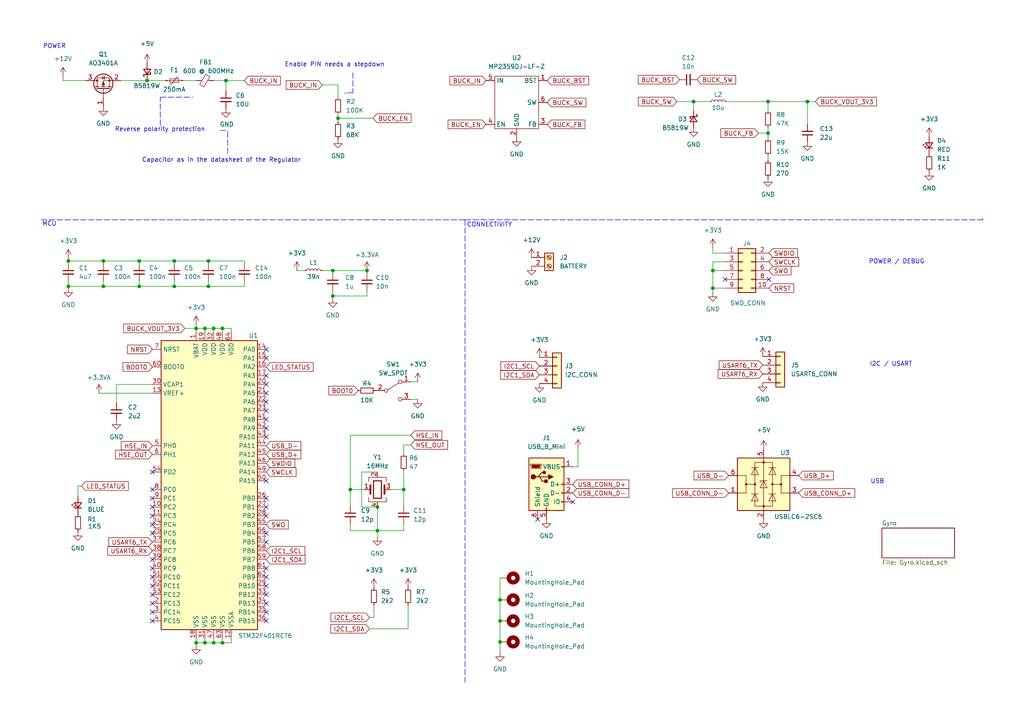
<source format=kicad_sch>
(kicad_sch (version 20211123) (generator eeschema)
  (paper "A4")
  (title_block (title "STM32 Corso") (date "2022-06-30") (rev "1.0") (company "Giovanni Rasera"))
  (lib_symbols
    (symbol "Connector:Screw_Terminal_01x02" (pin_names (offset 1.016) hide)
      (property "Reference" "J" (at 0 2.54 0))
      (property "Value" "Screw_Terminal_01x02" (at 0 -5.08 0))
      (symbol "Screw_Terminal_01x02_1_1"
        (pin passive line (at -5.08 0 0) (length 3.81) (name "Pin_1") (number "1"))
        (pin passive line (at -5.08 -2.54 0) (length 3.81) (name "Pin_2") (number "2"))
      )
    )
    (symbol "Connector:USB_B_Mini" (pin_names (offset 1.016))
      (property "Reference" "J" (at -5.08 11.43 0))
      (property "Value" "USB_B_Mini" (at -5.08 8.89 0))
      (symbol "USB_B_Mini_1_1"
        (pin power_out line (at 7.62 5.08 180) (length 2.54) (name "VBUS") (number "1"))
        (pin bidirectional line (at 7.62 -2.54 180) (length 2.54) (name "D-") (number "2"))
        (pin bidirectional line (at 7.62 0 180) (length 2.54) (name "D+") (number "3"))
        (pin passive line (at 7.62 -5.08 180) (length 2.54) (name "ID") (number "4"))
        (pin power_out line (at 0 -10.16 90) (length 2.54) (name "GND") (number "5"))
        (pin passive line (at -2.54 -10.16 90) (length 2.54) (name "Shield") (number "6"))
      )
    )
    (symbol "Connector_Generic:Conn_01x04" (pin_names (offset 1.016) hide)
      (property "Reference" "J" (at 0 5.08 0))
      (property "Value" "Conn_01x04" (at 0 -7.62 0))
      (symbol "Conn_01x04_1_1"
        (pin passive line (at -5.08 2.54 0) (length 3.81) (name "Pin_1") (number "1"))
        (pin passive line (at -5.08 0 0) (length 3.81) (name "Pin_2") (number "2"))
        (pin passive line (at -5.08 -2.54 0) (length 3.81) (name "Pin_3") (number "3"))
        (pin passive line (at -5.08 -5.08 0) (length 3.81) (name "Pin_4") (number "4"))
      )
    )
    (symbol "Connector_Generic:Conn_02x05_Odd_Even" (pin_names (offset 1.016) hide)
      (property "Reference" "J" (at 1.27 7.62 0))
      (property "Value" "Conn_02x05_Odd_Even" (at 1.27 -7.62 0))
      (symbol "Conn_02x05_Odd_Even_1_1"
        (pin passive line (at -5.08 5.08 0) (length 3.81) (name "Pin_1") (number "1"))
        (pin passive line (at 7.62 -5.08 180) (length 3.81) (name "Pin_10") (number "10"))
        (pin passive line (at 7.62 5.08 180) (length 3.81) (name "Pin_2") (number "2"))
        (pin passive line (at -5.08 2.54 0) (length 3.81) (name "Pin_3") (number "3"))
        (pin passive line (at 7.62 2.54 180) (length 3.81) (name "Pin_4") (number "4"))
        (pin passive line (at -5.08 0 0) (length 3.81) (name "Pin_5") (number "5"))
        (pin passive line (at 7.62 0 180) (length 3.81) (name "Pin_6") (number "6"))
        (pin passive line (at -5.08 -2.54 0) (length 3.81) (name "Pin_7") (number "7"))
        (pin passive line (at 7.62 -2.54 180) (length 3.81) (name "Pin_8") (number "8"))
        (pin passive line (at -5.08 -5.08 0) (length 3.81) (name "Pin_9") (number "9"))
      )
    )
    (symbol "Converter_DCDC:MP2359DJ-LF-Z"
      (property "Reference" "U?" (at -1.27 1.524 0))
      (property "Value" "MP2359DJ-LF-Z" (at -1.27 -1.016 0))
      (symbol "MP2359DJ-LF-Z_0_0"
        (pin passive line (at 7.62 -5.08 180) (length 2.54) (name "BST") (number "1"))
        (pin power_in line (at -1.27 -21.59 90) (length 2.54) (name "GND") (number "2"))
        (pin input line (at 7.62 -17.78 180) (length 2.54) (name "FB") (number "3"))
        (pin input line (at -10.16 -17.78 0) (length 2.54) (name "EN") (number "4"))
        (pin input line (at -10.16 -5.08 0) (length 2.54) (name "IN") (number "5"))
        (pin output line (at 7.62 -11.43 180) (length 2.54) (name "SW") (number "6"))
      )
    )
    (symbol "Device:C_Small" (pin_numbers hide) (pin_names (offset 0.254) hide)
      (property "Reference" "C" (at 0.254 1.778 0))
      (property "Value" "C_Small" (at 0.254 -2.032 0))
      (symbol "C_Small_1_1"
        (pin passive line (at 0 2.54 270) (length 2.032) (name "~") (number "1"))
        (pin passive line (at 0 -2.54 90) (length 2.032) (name "~") (number "2"))
      )
    )
    (symbol "Device:Crystal_GND24" (pin_names (offset 1.016) hide)
      (property "Reference" "Y" (at 3.175 5.08 0))
      (property "Value" "Crystal_GND24" (at 3.175 3.175 0))
      (symbol "Crystal_GND24_1_1"
        (pin passive line (at -3.81 0 0) (length 1.27) (name "1") (number "1"))
        (pin passive line (at 0 5.08 270) (length 1.27) (name "2") (number "2"))
        (pin passive line (at 3.81 0 180) (length 1.27) (name "3") (number "3"))
        (pin passive line (at 0 -5.08 90) (length 1.27) (name "4") (number "4"))
      )
    )
    (symbol "Device:D_Schottky_Small" (pin_numbers hide) (pin_names (offset 0.254) hide)
      (property "Reference" "D" (at -1.27 2.032 0))
      (property "Value" "D_Schottky_Small" (at -7.112 -2.032 0))
      (symbol "D_Schottky_Small_1_1"
        (pin passive line (at -2.54 0 0) (length 1.778) (name "K") (number "1"))
        (pin passive line (at 2.54 0 180) (length 1.778) (name "A") (number "2"))
      )
    )
    (symbol "Device:FerriteBead_Small" (pin_numbers hide) (pin_names (offset 0))
      (property "Reference" "FB" (at 1.905 1.27 0))
      (property "Value" "FerriteBead_Small" (at 1.905 -1.27 0))
      (symbol "FerriteBead_Small_1_1"
        (pin passive line (at 0 2.54 270) (length 1.27) (name "~") (number "1"))
        (pin passive line (at 0 -2.54 90) (length 1.27) (name "~") (number "2"))
      )
    )
    (symbol "Device:LED_Small" (pin_numbers hide) (pin_names (offset 0.254) hide)
      (property "Reference" "D" (at -1.27 3.175 0))
      (property "Value" "LED_Small" (at -4.445 -2.54 0))
      (symbol "LED_Small_1_1"
        (pin passive line (at -2.54 0 0) (length 1.778) (name "K") (number "1"))
        (pin passive line (at 2.54 0 180) (length 1.778) (name "A") (number "2"))
      )
    )
    (symbol "Device:L_Small" (pin_numbers hide) (pin_names (offset 0.254) hide)
      (property "Reference" "L" (at 0.762 1.016 0))
      (property "Value" "L_Small" (at 0.762 -1.016 0))
      (symbol "L_Small_1_1"
        (pin passive line (at 0 2.54 270) (length 0.508) (name "~") (number "1"))
        (pin passive line (at 0 -2.54 90) (length 0.508) (name "~") (number "2"))
      )
    )
    (symbol "Device:Polyfuse_Small" (pin_numbers hide) (pin_names (offset 0))
      (property "Reference" "F" (at -1.905 0 90))
      (property "Value" "Polyfuse_Small" (at 1.905 0 90))
      (symbol "Polyfuse_Small_1_1"
        (pin passive line (at 0 2.54 270) (length 0.635) (name "~") (number "1"))
        (pin passive line (at 0 -2.54 90) (length 0.635) (name "~") (number "2"))
      )
    )
    (symbol "Device:R_Small" (pin_numbers hide) (pin_names (offset 0.254) hide)
      (property "Reference" "R" (at 0.762 0.508 0))
      (property "Value" "R_Small" (at 0.762 -1.016 0))
      (symbol "R_Small_1_1"
        (pin passive line (at 0 2.54 270) (length 0.762) (name "~") (number "1"))
        (pin passive line (at 0 -2.54 90) (length 0.762) (name "~") (number "2"))
      )
    )
    (symbol "MCU_ST_STM32F4:STM32F401RCTx"
      (property "Reference" "U" (at -15.24 41.91 0))
      (property "Value" "STM32F401RCTx" (at 7.62 41.91 0))
      (symbol "STM32F401RCTx_1_1"
        (pin power_in line (at -5.08 43.18 270) (length 2.54) (name "VBAT") (number "1"))
        (pin bidirectional line (at -17.78 -7.62 0) (length 2.54) (name "PC2") (number "10"))
        (pin bidirectional line (at -17.78 -10.16 0) (length 2.54) (name "PC3") (number "11"))
        (pin power_in line (at 5.08 -45.72 90) (length 2.54) (name "VSSA") (number "12"))
        (pin power_in line (at -17.78 25.4 0) (length 2.54) (name "VREF+") (number "13"))
        (pin bidirectional line (at 15.24 38.1 180) (length 2.54) (name "PA0") (number "14"))
        (pin bidirectional line (at 15.24 35.56 180) (length 2.54) (name "PA1") (number "15"))
        (pin bidirectional line (at 15.24 33.02 180) (length 2.54) (name "PA2") (number "16"))
        (pin bidirectional line (at 15.24 30.48 180) (length 2.54) (name "PA3") (number "17"))
        (pin power_in line (at -5.08 -45.72 90) (length 2.54) (name "VSS") (number "18"))
        (pin power_in line (at -2.54 43.18 270) (length 2.54) (name "VDD") (number "19"))
        (pin bidirectional line (at -17.78 -35.56 0) (length 2.54) (name "PC13") (number "2"))
        (pin bidirectional line (at 15.24 27.94 180) (length 2.54) (name "PA4") (number "20"))
        (pin bidirectional line (at 15.24 25.4 180) (length 2.54) (name "PA5") (number "21"))
        (pin bidirectional line (at 15.24 22.86 180) (length 2.54) (name "PA6") (number "22"))
        (pin bidirectional line (at 15.24 20.32 180) (length 2.54) (name "PA7") (number "23"))
        (pin bidirectional line (at -17.78 -12.7 0) (length 2.54) (name "PC4") (number "24"))
        (pin bidirectional line (at -17.78 -15.24 0) (length 2.54) (name "PC5") (number "25"))
        (pin bidirectional line (at 15.24 -5.08 180) (length 2.54) (name "PB0") (number "26"))
        (pin bidirectional line (at 15.24 -7.62 180) (length 2.54) (name "PB1") (number "27"))
        (pin bidirectional line (at 15.24 -10.16 180) (length 2.54) (name "PB2") (number "28"))
        (pin bidirectional line (at 15.24 -30.48 180) (length 2.54) (name "PB10") (number "29"))
        (pin bidirectional line (at -17.78 -38.1 0) (length 2.54) (name "PC14") (number "3"))
        (pin power_in line (at -17.78 27.94 0) (length 2.54) (name "VCAP1") (number "30"))
        (pin power_in line (at -2.54 -45.72 90) (length 2.54) (name "VSS") (number "31"))
        (pin power_in line (at 0 43.18 270) (length 2.54) (name "VDD") (number "32"))
        (pin bidirectional line (at 15.24 -33.02 180) (length 2.54) (name "PB12") (number "33"))
        (pin bidirectional line (at 15.24 -35.56 180) (length 2.54) (name "PB13") (number "34"))
        (pin bidirectional line (at 15.24 -38.1 180) (length 2.54) (name "PB14") (number "35"))
        (pin bidirectional line (at 15.24 -40.64 180) (length 2.54) (name "PB15") (number "36"))
        (pin bidirectional line (at -17.78 -17.78 0) (length 2.54) (name "PC6") (number "37"))
        (pin bidirectional line (at -17.78 -20.32 0) (length 2.54) (name "PC7") (number "38"))
        (pin bidirectional line (at -17.78 -22.86 0) (length 2.54) (name "PC8") (number "39"))
        (pin bidirectional line (at -17.78 -40.64 0) (length 2.54) (name "PC15") (number "4"))
        (pin bidirectional line (at -17.78 -25.4 0) (length 2.54) (name "PC9") (number "40"))
        (pin bidirectional line (at 15.24 17.78 180) (length 2.54) (name "PA8") (number "41"))
        (pin bidirectional line (at 15.24 15.24 180) (length 2.54) (name "PA9") (number "42"))
        (pin bidirectional line (at 15.24 12.7 180) (length 2.54) (name "PA10") (number "43"))
        (pin bidirectional line (at 15.24 10.16 180) (length 2.54) (name "PA11") (number "44"))
        (pin bidirectional line (at 15.24 7.62 180) (length 2.54) (name "PA12") (number "45"))
        (pin bidirectional line (at 15.24 5.08 180) (length 2.54) (name "PA13") (number "46"))
        (pin power_in line (at 0 -45.72 90) (length 2.54) (name "VSS") (number "47"))
        (pin power_in line (at 2.54 43.18 270) (length 2.54) (name "VDD") (number "48"))
        (pin bidirectional line (at 15.24 2.54 180) (length 2.54) (name "PA14") (number "49"))
        (pin input line (at -17.78 10.16 0) (length 2.54) (name "PH0") (number "5"))
        (pin bidirectional line (at 15.24 0 180) (length 2.54) (name "PA15") (number "50"))
        (pin bidirectional line (at -17.78 -27.94 0) (length 2.54) (name "PC10") (number "51"))
        (pin bidirectional line (at -17.78 -30.48 0) (length 2.54) (name "PC11") (number "52"))
        (pin bidirectional line (at -17.78 -33.02 0) (length 2.54) (name "PC12") (number "53"))
        (pin bidirectional line (at -17.78 2.54 0) (length 2.54) (name "PD2") (number "54"))
        (pin bidirectional line (at 15.24 -12.7 180) (length 2.54) (name "PB3") (number "55"))
        (pin bidirectional line (at 15.24 -15.24 180) (length 2.54) (name "PB4") (number "56"))
        (pin bidirectional line (at 15.24 -17.78 180) (length 2.54) (name "PB5") (number "57"))
        (pin bidirectional line (at 15.24 -20.32 180) (length 2.54) (name "PB6") (number "58"))
        (pin bidirectional line (at 15.24 -22.86 180) (length 2.54) (name "PB7") (number "59"))
        (pin input line (at -17.78 7.62 0) (length 2.54) (name "PH1") (number "6"))
        (pin input line (at -17.78 33.02 0) (length 2.54) (name "BOOT0") (number "60"))
        (pin bidirectional line (at 15.24 -25.4 180) (length 2.54) (name "PB8") (number "61"))
        (pin bidirectional line (at 15.24 -27.94 180) (length 2.54) (name "PB9") (number "62"))
        (pin power_in line (at 2.54 -45.72 90) (length 2.54) (name "VSS") (number "63"))
        (pin power_in line (at 5.08 43.18 270) (length 2.54) (name "VDD") (number "64"))
        (pin input line (at -17.78 38.1 0) (length 2.54) (name "NRST") (number "7"))
        (pin bidirectional line (at -17.78 -2.54 0) (length 2.54) (name "PC0") (number "8"))
        (pin bidirectional line (at -17.78 -5.08 0) (length 2.54) (name "PC1") (number "9"))
      )
    )
    (symbol "Mechanical:MountingHole_Pad" (pin_numbers hide) (pin_names (offset 1.016) hide)
      (property "Reference" "H" (at 0 6.35 0))
      (property "Value" "MountingHole_Pad" (at 0 4.445 0))
      (symbol "MountingHole_Pad_1_1"
        (pin input line (at 0 -2.54 90) (length 2.54) (name "1") (number "1"))
      )
    )
    (symbol "Power_Protection:USBLC6-2SC6" (pin_names hide)
      (property "Reference" "U" (at 2.54 8.89 0))
      (property "Value" "USBLC6-2SC6" (at 2.54 -8.89 0))
      (symbol "USBLC6-2SC6_1_1"
        (pin passive line (at -10.16 -2.54 0) (length 2.54) (name "I/O1") (number "1"))
        (pin passive line (at 0 -10.16 90) (length 2.54) (name "GND") (number "2"))
        (pin passive line (at 10.16 -2.54 180) (length 2.54) (name "I/O2") (number "3"))
        (pin passive line (at 10.16 2.54 180) (length 2.54) (name "I/O2") (number "4"))
        (pin passive line (at 0 10.16 270) (length 2.54) (name "VBUS") (number "5"))
        (pin passive line (at -10.16 2.54 0) (length 2.54) (name "I/O1") (number "6"))
      )
    )
    (symbol "Switch:SW_SPDT" (pin_names (offset 0) hide)
      (property "Reference" "SW" (at 0 4.318 0))
      (property "Value" "SW_SPDT" (at 0 -5.08 0))
      (symbol "SW_SPDT_1_1"
        (pin passive line (at 5.08 2.54 180) (length 2.54) (name "A") (number "1"))
        (pin passive line (at -5.08 0 0) (length 2.54) (name "B") (number "2"))
        (pin passive line (at 5.08 -2.54 180) (length 2.54) (name "C") (number "3"))
      )
    )
    (symbol "Transistor_FET:AO3401A" (pin_names hide)
      (property "Reference" "Q" (at 5.08 1.905 0))
      (property "Value" "AO3401A" (at 5.08 0 0))
      (symbol "AO3401A_1_1"
        (pin input line (at -5.08 0 0) (length 2.54) (name "G") (number "1"))
        (pin passive line (at 2.54 -5.08 90) (length 2.54) (name "S") (number "2"))
        (pin passive line (at 2.54 5.08 270) (length 2.54) (name "D") (number "3"))
      )
    )
    (symbol "power:+12V" (power) (pin_names (offset 0))
      (property "Value" "+12V" (at 0 3.556 0))
      (symbol "+12V_1_1"
        (pin power_in line (at 0 0 90) (length 0) hide (name "+12V") (number "1"))
      )
    )
    (symbol "power:+3.3V" (power) (pin_names (offset 0))
      (property "Value" "+3.3V" (at 0 3.556 0))
      (symbol "+3.3V_1_1"
        (pin power_in line (at 0 0 90) (length 0) hide (name "+3V3") (number "1"))
      )
    )
    (symbol "power:+3.3VA" (power) (pin_names (offset 0))
      (property "Value" "+3.3VA" (at 0 3.556 0))
      (symbol "+3.3VA_1_1"
        (pin power_in line (at 0 0 90) (length 0) hide (name "+3.3VA") (number "1"))
      )
    )
    (symbol "power:+5V" (power) (pin_names (offset 0))
      (property "Value" "+5V" (at 0 3.556 0))
      (symbol "+5V_1_1"
        (pin power_in line (at 0 0 90) (length 0) hide (name "+5V") (number "1"))
      )
    )
    (symbol "power:GND" (power) (pin_names (offset 0))
      (property "Value" "GND" (at 0 -3.81 0))
      (symbol "GND_1_1"
        (pin power_in line (at 0 0 270) (length 0) hide (name "GND") (number "1"))
      )
    )
  )
  (junction (at 96.52 78.486))
  (junction (at 222.758 29.464))
  (junction (at 65.532 23.368))
  (junction (at 117.094 141.986))
  (junction (at 50.546 75.692))
  (junction (at 60.452 83.058))
  (junction (at 145.034 180.086))
  (junction (at 96.52 85.852))
  (junction (at 109.474 153.924))
  (junction (at 40.386 75.692))
  (junction (at 106.426 78.486))
  (junction (at 29.972 83.058))
  (junction (at 145.034 186.182))
  (junction (at 59.436 186.436))
  (junction (at 64.516 186.436))
  (junction (at 222.758 38.608))
  (junction (at 98.044 34.29))
  (junction (at 61.976 95.25))
  (junction (at 40.386 83.058))
  (junction (at 109.474 147.066))
  (junction (at 145.034 173.99))
  (junction (at 64.516 95.25))
  (junction (at 206.756 83.566))
  (junction (at 101.6 141.986))
  (junction (at 19.812 75.692))
  (junction (at 61.976 186.436))
  (junction (at 59.436 95.25))
  (junction (at 201.168 29.464))
  (junction (at 56.896 186.436))
  (junction (at 29.972 75.692))
  (junction (at 56.896 95.25))
  (junction (at 206.756 78.486))
  (junction (at 42.672 23.368))
  (junction (at 50.546 83.058))
  (junction (at 60.452 75.692))
  (junction (at 234.188 29.464))
  (junction (at 19.812 83.058))
  (no_connect (at 223.012 81.026))
  (no_connect (at 44.196 180.086))
  (no_connect (at 44.196 164.846))
  (no_connect (at 44.196 162.306))
  (no_connect (at 44.196 177.546))
  (no_connect (at 44.196 175.006))
  (no_connect (at 44.196 172.466))
  (no_connect (at 44.196 169.926))
  (no_connect (at 44.196 167.386))
  (no_connect (at 77.216 167.386))
  (no_connect (at 44.196 154.686))
  (no_connect (at 44.196 152.146))
  (no_connect (at 44.196 149.606))
  (no_connect (at 77.216 149.606))
  (no_connect (at 77.216 154.686))
  (no_connect (at 77.216 157.226))
  (no_connect (at 77.216 169.926))
  (no_connect (at 77.216 172.466))
  (no_connect (at 77.216 175.006))
  (no_connect (at 77.216 177.546))
  (no_connect (at 77.216 180.086))
  (no_connect (at 77.216 101.346))
  (no_connect (at 77.216 103.886))
  (no_connect (at 77.216 108.966))
  (no_connect (at 77.216 111.506))
  (no_connect (at 77.216 114.046))
  (no_connect (at 77.216 116.586))
  (no_connect (at 77.216 119.126))
  (no_connect (at 77.216 121.666))
  (no_connect (at 77.216 124.206))
  (no_connect (at 77.216 126.746))
  (no_connect (at 210.312 81.026))
  (no_connect (at 77.216 164.846))
  (no_connect (at 44.196 147.066))
  (no_connect (at 44.196 136.906))
  (no_connect (at 44.196 141.986))
  (no_connect (at 44.196 144.526))
  (no_connect (at 77.216 139.446))
  (no_connect (at 77.216 144.526))
  (no_connect (at 77.216 147.066))
  (no_connect (at 166.116 145.542))
  (no_connect (at 155.956 150.622))
  (wire (pts (xy 56.896 95.25) (xy 59.436 95.25)))
  (wire (pts (xy 60.452 75.692) (xy 60.452 76.454)))
  (wire (pts (xy 104.902 147.066) (xy 109.474 147.066)))
  (wire (pts (xy 222.758 37.084) (xy 222.758 38.608)))
  (wire (pts (xy 56.896 95.25) (xy 56.896 96.266)))
  (wire (pts (xy 29.972 83.058) (xy 40.386 83.058)))
  (wire (pts (xy 166.116 135.382) (xy 167.64 135.382)))
  (wire (pts (xy 119.126 110.744) (xy 121.158 110.744)))
  (wire (pts (xy 117.094 141.986) (xy 117.094 146.812)))
  (wire (pts (xy 98.044 34.29) (xy 98.044 35.306)))
  (wire (pts (xy 70.866 75.692) (xy 60.452 75.692)))
  (wire (pts (xy 67.056 185.166) (xy 67.056 186.436)))
  (wire (pts (xy 40.386 75.692) (xy 50.546 75.692)))
  (wire (pts (xy 60.452 83.058) (xy 60.452 81.534)))
  (wire (pts (xy 67.056 95.25) (xy 67.056 96.266)))
  (wire (pts (xy 101.6 151.892) (xy 101.6 153.924)))
  (wire (pts (xy 206.756 71.882) (xy 206.756 73.406)))
  (wire (pts (xy 109.474 147.066) (xy 109.474 153.924)))
  (wire (pts (xy 96.52 85.852) (xy 96.52 86.614)))
  (wire (pts (xy 61.976 185.166) (xy 61.976 186.436)))
  (wire (pts (xy 113.284 141.986) (xy 117.094 141.986)))
  (wire (pts (xy 108.458 175.514) (xy 108.458 179.07)))
  (wire (pts (xy 145.034 186.182) (xy 145.034 189.23)))
  (wire (pts (xy 101.6 141.986) (xy 101.6 146.812)))
  (wire (pts (xy 196.342 29.464) (xy 201.168 29.464)))
  (wire (pts (xy 44.196 111.506) (xy 33.782 111.506)))
  (wire (pts (xy 70.866 76.454) (xy 70.866 75.692)))
  (wire (pts (xy 93.472 78.486) (xy 96.52 78.486)))
  (wire (pts (xy 210.312 78.486) (xy 206.756 78.486)))
  (wire (pts (xy 107.188 182.372) (xy 118.364 182.372)))
  (wire (pts (xy 222.758 29.464) (xy 222.758 32.004)))
  (wire (pts (xy 96.52 85.852) (xy 106.426 85.852)))
  (wire (pts (xy 50.546 81.534) (xy 50.546 83.058)))
  (wire (pts (xy 35.052 23.368) (xy 42.672 23.368)))
  (wire (pts (xy 50.546 83.058) (xy 60.452 83.058)))
  (wire (pts (xy 98.044 34.29) (xy 108.204 34.29)))
  (wire (pts (xy 109.474 136.906) (xy 104.902 136.906)))
  (wire (pts (xy 118.364 182.372) (xy 118.364 175.514)))
  (wire (pts (xy 50.546 75.692) (xy 60.452 75.692)))
  (wire (pts (xy 86.106 78.486) (xy 88.392 78.486)))
  (wire (pts (xy 108.458 179.07) (xy 107.188 179.07)))
  (wire (pts (xy 50.546 76.454) (xy 50.546 75.692)))
  (wire (pts (xy 19.812 81.534) (xy 19.812 83.058)))
  (wire (pts (xy 119.126 115.824) (xy 121.158 115.824)))
  (wire (pts (xy 28.702 114.046) (xy 44.196 114.046)))
  (wire (pts (xy 117.094 129.032) (xy 119.126 129.032)))
  (wire (pts (xy 59.436 186.436) (xy 56.896 186.436)))
  (wire (pts (xy 59.436 95.25) (xy 61.976 95.25)))
  (wire (pts (xy 234.188 29.464) (xy 234.188 36.068)))
  (wire (pts (xy 98.044 24.638) (xy 98.044 28.194)))
  (wire (pts (xy 201.168 29.464) (xy 205.74 29.464)))
  (wire (pts (xy 40.386 76.454) (xy 40.386 75.692)))
  (wire (pts (xy 64.516 95.25) (xy 64.516 96.266)))
  (wire (pts (xy 56.896 94.234) (xy 56.896 95.25)))
  (wire (pts (xy 101.6 126.238) (xy 119.126 126.238)))
  (polyline (pts (xy 102.362 26.924) (xy 100.076 26.924)))
  (wire (pts (xy 64.516 186.436) (xy 67.056 186.436)))
  (wire (pts (xy 53.086 23.368) (xy 56.896 23.368)))
  (wire (pts (xy 40.386 83.058) (xy 50.546 83.058)))
  (wire (pts (xy 33.782 111.506) (xy 33.782 116.84)))
  (wire (pts (xy 64.516 185.166) (xy 64.516 186.436)))
  (wire (pts (xy 19.812 75.692) (xy 29.972 75.692)))
  (wire (pts (xy 98.044 33.274) (xy 98.044 34.29)))
  (wire (pts (xy 22.606 140.97) (xy 23.622 140.97)))
  (polyline (pts (xy 100.076 26.924) (xy 100.076 27.178)))
  (polyline (pts (xy 11.938 63.754) (xy 134.874 63.754)))
  (wire (pts (xy 18.288 22.098) (xy 18.288 23.368)))
  (wire (pts (xy 53.594 95.25) (xy 56.896 95.25)))
  (polyline (pts (xy 134.874 63.754) (xy 284.988 63.754)))
  (wire (pts (xy 222.758 45.212) (xy 222.758 46.482)))
  (wire (pts (xy 101.6 126.238) (xy 101.6 141.986)))
  (wire (pts (xy 65.532 23.368) (xy 65.532 26.416)))
  (wire (pts (xy 29.972 75.692) (xy 40.386 75.692)))
  (wire (pts (xy 222.758 38.608) (xy 222.758 40.132)))
  (wire (pts (xy 206.756 78.486) (xy 206.756 83.566)))
  (wire (pts (xy 219.964 38.608) (xy 222.758 38.608)))
  (wire (pts (xy 101.6 141.986) (xy 105.664 141.986)))
  (wire (pts (xy 42.672 23.368) (xy 48.006 23.368)))
  (wire (pts (xy 22.606 144.018) (xy 22.606 140.97)))
  (wire (pts (xy 167.64 135.382) (xy 167.64 130.048)))
  (polyline (pts (xy 66.04 44.45) (xy 66.04 37.846)))
  (wire (pts (xy 59.436 185.166) (xy 59.436 186.436)))
  (wire (pts (xy 19.812 74.93) (xy 19.812 75.692)))
  (wire (pts (xy 222.758 29.464) (xy 234.188 29.464)))
  (wire (pts (xy 56.896 186.436) (xy 56.896 187.198)))
  (wire (pts (xy 104.902 136.906) (xy 104.902 147.066)))
  (wire (pts (xy 106.426 78.486) (xy 96.52 78.486)))
  (wire (pts (xy 29.972 83.058) (xy 29.972 81.534)))
  (wire (pts (xy 106.426 85.852) (xy 106.426 84.328)))
  (polyline (pts (xy 102.362 21.082) (xy 102.362 26.924)))
  (wire (pts (xy 61.976 95.25) (xy 64.516 95.25)))
  (wire (pts (xy 64.516 95.25) (xy 67.056 95.25)))
  (wire (pts (xy 210.82 29.464) (xy 222.758 29.464)))
  (polyline (pts (xy 46.482 28.194) (xy 55.88 28.194)))
  (wire (pts (xy 70.866 81.534) (xy 70.866 83.058)))
  (wire (pts (xy 61.976 23.368) (xy 65.532 23.368)))
  (wire (pts (xy 206.756 75.946) (xy 206.756 78.486)))
  (wire (pts (xy 96.52 84.328) (xy 96.52 85.852)))
  (wire (pts (xy 106.426 79.248) (xy 106.426 78.486)))
  (polyline (pts (xy 63.754 37.846) (xy 66.04 37.846)))
  (wire (pts (xy 70.866 83.058) (xy 60.452 83.058)))
  (wire (pts (xy 56.896 185.166) (xy 56.896 186.436)))
  (wire (pts (xy 61.976 95.25) (xy 61.976 96.266)))
  (wire (pts (xy 19.812 83.058) (xy 29.972 83.058)))
  (wire (pts (xy 117.094 136.652) (xy 117.094 141.986)))
  (wire (pts (xy 145.034 180.086) (xy 145.034 186.182)))
  (wire (pts (xy 234.188 29.464) (xy 236.474 29.464)))
  (wire (pts (xy 59.436 95.25) (xy 59.436 96.266)))
  (wire (pts (xy 65.532 23.368) (xy 70.866 23.368)))
  (wire (pts (xy 93.472 24.638) (xy 98.044 24.638)))
  (wire (pts (xy 145.034 173.99) (xy 145.034 180.086)))
  (polyline (pts (xy 284.988 63.246) (xy 284.988 63.754)))
  (wire (pts (xy 201.168 29.464) (xy 201.168 32.004)))
  (wire (pts (xy 59.436 186.436) (xy 61.976 186.436)))
  (wire (pts (xy 18.288 23.368) (xy 24.892 23.368)))
  (wire (pts (xy 40.386 81.534) (xy 40.386 83.058)))
  (wire (pts (xy 29.972 76.454) (xy 29.972 75.692)))
  (wire (pts (xy 145.034 167.64) (xy 145.034 173.99)))
  (polyline (pts (xy 46.482 36.322) (xy 46.482 28.194)))
  (wire (pts (xy 101.6 153.924) (xy 109.474 153.924)))
  (wire (pts (xy 206.756 84.836) (xy 206.756 83.566)))
  (wire (pts (xy 19.812 75.692) (xy 19.812 76.454)))
  (wire (pts (xy 109.474 155.702) (xy 109.474 153.924)))
  (wire (pts (xy 206.756 73.406) (xy 210.312 73.406)))
  (wire (pts (xy 210.312 75.946) (xy 206.756 75.946)))
  (wire (pts (xy 109.474 153.924) (xy 117.094 153.924)))
  (wire (pts (xy 206.756 83.566) (xy 210.312 83.566)))
  (wire (pts (xy 117.094 153.924) (xy 117.094 151.892)))
  (wire (pts (xy 61.976 186.436) (xy 64.516 186.436)))
  (wire (pts (xy 19.812 83.058) (xy 19.812 83.566)))
  (polyline (pts (xy 134.874 63.754) (xy 134.874 197.866)))
  (wire (pts (xy 117.094 129.032) (xy 117.094 131.572)))
  (wire (pts (xy 96.52 78.486) (xy 96.52 79.248)))
  (text "USB\n" (at 252.476 140.462 0) (effects (font (size 1.27 1.27)) (justify left bottom)))
  (text "POWER\n" (at 12.446 14.224 0) (effects (font (size 1.27 1.27)) (justify left bottom)))
  (text "MCU\n" (at 12.192 65.786 0) (effects (font (size 1.27 1.27)) (justify left bottom)))
  (text "Capacitor as in the datasheet of the Regulator\n" (at 41.148 47.244 0) (effects (font (size 1.27 1.27)) (justify left bottom)))
  (text "I2C / USART\n" (at 252.222 106.426 0) (effects (font (size 1.27 1.27)) (justify left bottom)))
  (text "Enable PIN needs a stepdown\n" (at 82.55 19.558 0) (effects (font (size 1.27 1.27)) (justify left bottom)))
  (text "CONNECTIVITY\n" (at 135.382 66.04 0) (effects (font (size 1.27 1.27)) (justify left bottom)))
  (text "Reverse polarity protection\n" (at 33.274 38.354 0) (effects (font (size 1.27 1.27)) (justify left bottom)))
  (text "POWER / DEBUG\n" (at 251.968 76.708 0) (effects (font (size 1.27 1.27)) (justify left bottom)))
  (global_label "BUCK_IN" (shape input) (at 140.97 23.368 180) (property "Intersheet References" "${INTERSHEET_REFS}" (effects hide)))
  (global_label "USB_CONN_D+" (shape input) (at 231.648 143.002 0) (property "Intersheet References" "${INTERSHEET_REFS}" (effects hide)))
  (global_label "SWCLK" (shape input) (at 77.216 136.906 0) (property "Intersheet References" "${INTERSHEET_REFS}" (effects hide)))
  (global_label "I2C1_SCL" (shape input) (at 107.188 179.07 180) (property "Intersheet References" "${INTERSHEET_REFS}" (effects hide)))
  (global_label "SWO" (shape input) (at 223.012 78.486 0) (property "Intersheet References" "${INTERSHEET_REFS}" (effects hide)))
  (global_label "NRST" (shape input) (at 223.012 83.566 0) (property "Intersheet References" "${INTERSHEET_REFS}" (effects hide)))
  (global_label "BUCK_VOUT_3V3" (shape input) (at 53.594 95.25 180) (property "Intersheet References" "${INTERSHEET_REFS}" (effects hide)))
  (global_label "BUCK_IN" (shape input) (at 70.866 23.368 0) (property "Intersheet References" "${INTERSHEET_REFS}" (effects hide)))
  (global_label "BUCK_BST" (shape input) (at 197.104 23.114 180) (property "Intersheet References" "${INTERSHEET_REFS}" (effects hide)))
  (global_label "I2C1_SCL" (shape input) (at 156.464 106.172 180) (property "Intersheet References" "${INTERSHEET_REFS}" (effects hide)))
  (global_label "BUCK_IN" (shape input) (at 93.472 24.638 180) (property "Intersheet References" "${INTERSHEET_REFS}" (effects hide)))
  (global_label "BUCK_EN" (shape input) (at 108.204 34.29 0) (property "Intersheet References" "${INTERSHEET_REFS}" (effects hide)))
  (global_label "USB_D+" (shape input) (at 231.648 137.922 0) (property "Intersheet References" "${INTERSHEET_REFS}" (effects hide)))
  (global_label "SWO" (shape input) (at 77.216 152.146 0) (property "Intersheet References" "${INTERSHEET_REFS}" (effects hide)))
  (global_label "USART6_TX" (shape input) (at 221.234 105.918 180) (property "Intersheet References" "${INTERSHEET_REFS}" (effects hide)))
  (global_label "NRST" (shape input) (at 44.196 101.346 180) (property "Intersheet References" "${INTERSHEET_REFS}" (effects hide)))
  (global_label "BUCK_VOUT_3V3" (shape input) (at 236.474 29.464 0) (property "Intersheet References" "${INTERSHEET_REFS}" (effects hide)))
  (global_label "USB_CONN_D-" (shape input) (at 211.328 143.002 180) (property "Intersheet References" "${INTERSHEET_REFS}" (effects hide)))
  (global_label "HSE_OUT" (shape input) (at 44.196 131.826 180) (property "Intersheet References" "${INTERSHEET_REFS}" (effects hide)))
  (global_label "SWDIO" (shape input) (at 223.012 73.406 0) (property "Intersheet References" "${INTERSHEET_REFS}" (effects hide)))
  (global_label "USB_D-" (shape input) (at 77.216 129.286 0) (property "Intersheet References" "${INTERSHEET_REFS}" (effects hide)))
  (global_label "SWDIO" (shape input) (at 77.216 134.366 0) (property "Intersheet References" "${INTERSHEET_REFS}" (effects hide)))
  (global_label "USB_CONN_D-" (shape input) (at 166.116 143.002 0) (property "Intersheet References" "${INTERSHEET_REFS}" (effects hide)))
  (global_label "HSE_OUT" (shape input) (at 119.126 129.032 0) (property "Intersheet References" "${INTERSHEET_REFS}" (effects hide)))
  (global_label "USB_D+" (shape input) (at 77.216 131.826 0) (property "Intersheet References" "${INTERSHEET_REFS}" (effects hide)))
  (global_label "SWCLK" (shape input) (at 223.012 75.946 0) (property "Intersheet References" "${INTERSHEET_REFS}" (effects hide)))
  (global_label "BOOT0" (shape input) (at 44.196 106.426 180) (property "Intersheet References" "${INTERSHEET_REFS}" (effects hide)))
  (global_label "HSE_IN" (shape input) (at 119.126 126.238 0) (property "Intersheet References" "${INTERSHEET_REFS}" (effects hide)))
  (global_label "LED_STATUS" (shape input) (at 77.216 106.426 0) (property "Intersheet References" "${INTERSHEET_REFS}" (effects hide)))
  (global_label "BUCK_SW" (shape input) (at 196.342 29.464 180) (property "Intersheet References" "${INTERSHEET_REFS}" (effects hide)))
  (global_label "I2C1_SCL" (shape input) (at 77.216 159.766 0) (property "Intersheet References" "${INTERSHEET_REFS}" (effects hide)))
  (global_label "USB_CONN_D+" (shape input) (at 166.116 140.462 0) (property "Intersheet References" "${INTERSHEET_REFS}" (effects hide)))
  (global_label "BOOT0" (shape input) (at 103.886 113.284 180) (property "Intersheet References" "${INTERSHEET_REFS}" (effects hide)))
  (global_label "USART6_TX" (shape input) (at 44.196 157.226 180) (property "Intersheet References" "${INTERSHEET_REFS}" (effects hide)))
  (global_label "BUCK_FB" (shape input) (at 158.75 36.068 0) (property "Intersheet References" "${INTERSHEET_REFS}" (effects hide)))
  (global_label "BUCK_EN" (shape input) (at 140.97 36.068 180) (property "Intersheet References" "${INTERSHEET_REFS}" (effects hide)))
  (global_label "USB_D-" (shape input) (at 211.328 137.922 180) (property "Intersheet References" "${INTERSHEET_REFS}" (effects hide)))
  (global_label "I2C1_SDA" (shape input) (at 107.188 182.372 180) (property "Intersheet References" "${INTERSHEET_REFS}" (effects hide)))
  (global_label "USART6_RX" (shape input) (at 221.234 108.458 180) (property "Intersheet References" "${INTERSHEET_REFS}" (effects hide)))
  (global_label "BUCK_SW" (shape input) (at 158.75 29.718 0) (property "Intersheet References" "${INTERSHEET_REFS}" (effects hide)))
  (global_label "BUCK_FB" (shape input) (at 219.964 38.608 180) (property "Intersheet References" "${INTERSHEET_REFS}" (effects hide)))
  (global_label "I2C1_SDA" (shape input) (at 77.216 162.306 0) (property "Intersheet References" "${INTERSHEET_REFS}" (effects hide)))
  (global_label "USART6_RX" (shape input) (at 44.196 159.766 180) (property "Intersheet References" "${INTERSHEET_REFS}" (effects hide)))
  (global_label "BUCK_BST" (shape input) (at 158.75 23.368 0) (property "Intersheet References" "${INTERSHEET_REFS}" (effects hide)))
  (global_label "BUCK_SW" (shape input) (at 202.184 23.114 0) (property "Intersheet References" "${INTERSHEET_REFS}" (effects hide)))
  (global_label "I2C1_SDA" (shape input) (at 156.464 108.712 180) (property "Intersheet References" "${INTERSHEET_REFS}" (effects hide)))
  (global_label "LED_STATUS" (shape input) (at 23.622 140.97 0) (property "Intersheet References" "${INTERSHEET_REFS}" (effects hide)))
  (global_label "HSE_IN" (shape input) (at 44.196 129.286 180) (property "Intersheet References" "${INTERSHEET_REFS}" (effects hide)))
  (symbol (lib_id "Connector_Generic:Conn_01x04") (at 161.544 106.172 0) (unit 1)
    (property "Reference" "J3" (at 163.83 106.1719 0) (effects (justify left)))
    (property "Value" "I2C_CONN" (at 163.83 108.7119 0) (effects (justify left)))
    (property "Footprint" "Connector_Molex:Molex_PicoBlade_53048-0410_1x04_P1.25mm_Horizontal" (effects hide))
  )
  (symbol (lib_id "Device:L_Small") (at 90.932 78.486 90) (unit 1)
    (property "Reference" "L1" (at 90.932 76.2 90))
    (property "Value" "39n" (at 90.932 80.264 90))
    (property "Footprint" "Inductor_SMD:L_0402_1005Metric" (effects hide))
    (property "Datasheet" "https://jlcpcb.com/parts/componentSearch?isSearch=true&searchTxt=39nH%200402" (effects hide))
    (property "LCSC Part #" "C26443" (effects hide))
  )
  (symbol (lib_id "power:GND") (at 221.488 150.622 0) (unit 1)
    (property "Reference" "#PWR034" (effects hide))
    (property "Value" "GND" (at 221.488 155.448 0))
  )
  (symbol (lib_id "Device:C_Small") (at 106.426 81.788 0) (unit 1)
    (property "Reference" "C10" (at 108.966 80.5242 0) (effects (justify left)))
    (property "Value" "10n" (at 108.966 83.0642 0) (effects (justify left)))
    (property "Footprint" "Capacitor_SMD:C_0402_1005Metric" (effects hide))
    (property "Datasheet" "https://jlcpcb.com/parts/componentSearch?isSearch=true&searchTxt=10n%200406" (effects hide))
    (property "LCSC Part #" "C15195" (effects hide))
  )
  (symbol (lib_id "Device:R_Small") (at 222.758 42.672 180) (unit 1)
    (property "Reference" "R9" (at 225.044 41.4019 0) (effects (justify right)))
    (property "Value" "15K" (at 225.044 43.9419 0) (effects (justify right)))
    (property "Footprint" "Resistor_SMD:R_0603_1608Metric" (effects hide))
    (property "LCSC Part #" "C22809" (effects hide))
  )
  (symbol (lib_id "Device:R_Small") (at 106.426 113.284 90) (unit 1)
    (property "Reference" "R4" (at 106.426 111.252 90))
    (property "Value" "10K" (at 106.426 116.078 90))
    (property "Footprint" "Resistor_SMD:R_0402_1005Metric" (effects hide))
    (property "LCSC Part #" "C25744" (effects hide))
  )
  (symbol (lib_id "power:+12V") (at 18.288 22.098 0) (unit 1)
    (property "Reference" "#PWR01" (effects hide))
    (property "Value" "+12V" (at 18.288 17.018 0))
  )
  (symbol (lib_id "power:GND") (at 234.188 41.148 0) (unit 1)
    (property "Reference" "#PWR036" (effects hide))
    (property "Value" "GND" (at 234.188 45.974 0))
  )
  (symbol (lib_id "Device:C_Small") (at 50.546 78.994 0) (unit 1)
    (property "Reference" "C5" (at 53.34 77.7302 0) (effects (justify left)))
    (property "Value" "100n" (at 53.34 80.2702 0) (effects (justify left)))
    (property "Footprint" "Capacitor_SMD:C_0402_1005Metric" (effects hide))
    (property "LCSC Part #" "C307331" (effects hide))
  )
  (symbol (lib_id "Device:C_Small") (at 117.094 149.352 0) (unit 1)
    (property "Reference" "C11" (at 119.888 148.0882 0) (effects (justify left)))
    (property "Value" "12p" (at 119.888 150.6282 0) (effects (justify left)))
    (property "Footprint" "Capacitor_SMD:C_0402_1005Metric" (effects hide))
    (property "Datasheet" "https://jlcpcb.com/parts/componentSearch?isSearch=true&searchTxt=12pf%200402" (effects hide))
    (property "LCSC Part #" "C1547" (effects hide))
  )
  (symbol (lib_id "Device:R_Small") (at 118.364 172.974 0) (unit 1)
    (property "Reference" "R7" (at 120.65 171.7039 0) (effects (justify left)))
    (property "Value" "2k2" (at 120.65 174.2439 0) (effects (justify left)))
    (property "Footprint" "Resistor_SMD:R_0603_1608Metric" (effects hide))
    (property "LCSC Part #" "C4190" (effects hide))
  )
  (symbol (lib_id "Connector:USB_B_Mini") (at 158.496 140.462 0) (unit 1)
    (property "Reference" "J1" (at 158.496 127 0))
    (property "Value" "USB_B_Mini" (at 158.496 129.54 0))
    (property "Footprint" "Connector_USB:USB_Mini-B_Wuerth_65100516121_Horizontal" (effects hide))
  )
  (symbol (lib_id "Device:R_Small") (at 222.758 34.544 180) (unit 1)
    (property "Reference" "R8" (at 225.044 33.2739 0) (effects (justify right)))
    (property "Value" "47K" (at 225.044 35.8139 0) (effects (justify right)))
    (property "Footprint" "Resistor_SMD:R_0603_1608Metric" (effects hide))
    (property "LCSC Part #" "C25819" (effects hide))
  )
  (symbol (lib_id "Device:R_Small") (at 98.044 30.734 180) (unit 1)
    (property "Reference" "R2" (at 100.33 29.4639 0) (effects (justify right)))
    (property "Value" "100K" (at 100.33 32.0039 0) (effects (justify right)))
    (property "Footprint" "Resistor_SMD:R_0603_1608Metric" (effects hide))
    (property "LCSC Part #" "C25803" (effects hide))
  )
  (symbol (lib_id "power:+3.3V") (at 56.896 94.234 0) (unit 1)
    (property "Reference" "#PWR09" (effects hide))
    (property "Value" "+3.3V" (at 56.896 89.154 0))
  )
  (symbol (lib_id "power:+12V") (at 154.178 74.676 0) (unit 1)
    (property "Reference" "#PWR022" (effects hide))
    (property "Value" "+12V" (at 154.178 69.596 0))
  )
  (symbol (lib_id "Connector_Generic:Conn_02x05_Odd_Even") (at 215.392 78.486 0) (unit 1)
    (property "Reference" "J4" (at 216.662 70.612 0))
    (property "Value" "SWD_CONN" (at 216.916 87.884 0))
    (property "Footprint" "Connector_PinHeader_1.27mm:PinHeader_2x05_P1.27mm_Vertical_SMD" (effects hide))
  )
  (symbol (lib_id "Device:R_Small") (at 22.606 151.638 180) (unit 1)
    (property "Reference" "R1" (at 26.67 150.622 0))
    (property "Value" "1K5" (at 27.432 152.654 0))
    (property "Footprint" "Resistor_SMD:R_0603_1608Metric" (effects hide))
    (property "LCSC Part #" "C22843" (effects hide))
  )
  (symbol (lib_id "power:+3.3V") (at 269.494 39.624 0) (unit 1)
    (property "Reference" "#PWR037" (effects hide))
    (property "Value" "+3.3V" (at 269.494 34.544 0))
  )
  (symbol (lib_id "power:+3.3V") (at 118.364 170.434 0) (unit 1)
    (property "Reference" "#PWR018" (effects hide))
    (property "Value" "+3.3V" (at 118.364 165.354 0))
  )
  (symbol (lib_id "power:GND") (at 149.86 39.878 0) (unit 1)
    (property "Reference" "#PWR021" (effects hide))
    (property "Value" "GND" (at 149.86 44.704 0))
  )
  (symbol (lib_id "Device:C_Small") (at 96.52 81.788 0) (unit 1)
    (property "Reference" "C8" (at 100.076 80.5242 0) (effects (justify left)))
    (property "Value" "1u" (at 100.076 83.0642 0) (effects (justify left)))
    (property "Footprint" "Capacitor_SMD:C_0402_1005Metric" (effects hide))
    (property "LCSC Part #" "C52923" (effects hide))
  )
  (symbol (lib_id "Device:C_Small") (at 40.386 78.994 0) (unit 1)
    (property "Reference" "C4" (at 43.18 77.7302 0) (effects (justify left)))
    (property "Value" "100n" (at 43.18 80.2702 0) (effects (justify left)))
    (property "Footprint" "Capacitor_SMD:C_0402_1005Metric" (effects hide))
    (property "LCSC Part #" "C307331" (effects hide))
  )
  (symbol (lib_id "power:GND") (at 222.758 51.562 0) (unit 1)
    (property "Reference" "#PWR035" (effects hide))
    (property "Value" "GND" (at 222.758 56.388 0))
  )
  (symbol (lib_id "Device:R_Small") (at 117.094 134.112 0) (unit 1)
    (property "Reference" "R6" (at 118.618 132.8419 0) (effects (justify left)))
    (property "Value" "47" (at 118.618 135.3819 0) (effects (justify left)))
    (property "Footprint" "Resistor_SMD:R_0402_1005Metric" (effects hide))
    (property "LCSC Part #" "C25792" (effects hide))
  )
  (symbol (lib_id "power:GND") (at 145.034 189.23 0) (unit 1)
    (property "Reference" "#PWR039" (effects hide))
    (property "Value" "GND" (at 145.034 194.056 0))
  )
  (symbol (lib_id "Device:C_Small") (at 199.644 23.114 90) (unit 1)
    (property "Reference" "C12" (at 199.6503 16.764 90))
    (property "Value" "10n" (at 199.6503 19.304 90))
    (property "Footprint" "Capacitor_SMD:C_0603_1608Metric" (effects hide))
    (property "Datasheet" "https://jlcpcb.com/parts/componentSearch?isSearch=true&searchTxt=12pf%200402" (effects hide))
    (property "LCSC Part #" "C57112" (effects hide))
  )
  (symbol (lib_id "power:GND") (at 156.464 111.252 0) (unit 1)
    (property "Reference" "#PWR025" (effects hide))
    (property "Value" "GND" (at 156.464 116.078 0))
  )
  (symbol (lib_id "power:+3.3V") (at 206.756 71.882 0) (unit 1)
    (property "Reference" "#PWR028" (effects hide))
    (property "Value" "+3.3V" (at 206.756 66.802 0))
  )
  (symbol (lib_id "Mechanical:MountingHole_Pad") (at 147.574 180.086 270) (unit 1)
    (property "Reference" "H3" (at 152.146 178.8159 90) (effects (justify left)))
    (property "Value" "MountingHole_Pad" (at 152.146 181.3559 90) (effects (justify left)))
    (property "Footprint" "MountingHole:MountingHole_4.3mm_M4_Pad_Via" (effects hide))
  )
  (symbol (lib_id "Power_Protection:USBLC6-2SC6") (at 221.488 140.462 0) (unit 1)
    (property "Reference" "U3" (at 226.314 131.318 0) (effects (justify left)))
    (property "Value" "USBLC6-2SC6" (at 224.536 149.86 0) (effects (justify left)))
    (property "Footprint" "Package_TO_SOT_SMD:SOT-23-6" (effects hide))
    (property "Datasheet" "https://www.st.com/resource/en/datasheet/usblc6-2.pdf" (effects hide))
    (property "LCSC Part #" "C2827654" (effects hide))
  )
  (symbol (lib_id "power:GND") (at 201.168 37.084 0) (unit 1)
    (property "Reference" "#PWR030" (effects hide))
    (property "Value" "GND" (at 201.168 41.91 0))
  )
  (symbol (lib_id "power:GND") (at 221.234 110.998 0) (unit 1)
    (property "Reference" "#PWR032" (effects hide))
    (property "Value" "GND" (at 221.234 115.824 0))
  )
  (symbol (lib_id "Device:C_Small") (at 33.782 119.38 0) (unit 1)
    (property "Reference" "C2" (at 37.084 118.1162 0) (effects (justify left)))
    (property "Value" "2u2" (at 37.084 120.6562 0) (effects (justify left)))
    (property "Footprint" "Capacitor_SMD:C_0603_1608Metric" (effects hide))
    (property "LCSC Part #" "C23630" (effects hide))
  )
  (symbol (lib_id "Device:C_Small") (at 60.452 78.994 0) (unit 1)
    (property "Reference" "C7" (at 63.5 77.7302 0) (effects (justify left)))
    (property "Value" "100n" (at 63.5 80.2702 0) (effects (justify left)))
    (property "Footprint" "Capacitor_SMD:C_0402_1005Metric" (effects hide))
    (property "LCSC Part #" "C307331" (effects hide))
  )
  (symbol (lib_id "Transistor_FET:AO3401A") (at 29.972 25.908 90) (unit 1)
    (property "Reference" "Q1" (at 29.972 15.748 90))
    (property "Value" "AO3401A" (at 29.972 18.288 90))
    (property "Footprint" "Package_TO_SOT_SMD:SOT-23" (effects hide))
    (property "Datasheet" "http://www.aosmd.com/pdfs/datasheet/AO3401A.pdf" (effects hide))
    (property "LCSC Part #" "C15127" (effects hide))
  )
  (symbol (lib_id "Device:R_Small") (at 222.758 49.022 180) (unit 1)
    (property "Reference" "R10" (at 225.044 47.7519 0) (effects (justify right)))
    (property "Value" "270" (at 225.044 50.2919 0) (effects (justify right)))
    (property "Footprint" "Resistor_SMD:R_0603_1608Metric" (effects hide))
    (property "LCSC Part #" "C22966" (effects hide))
  )
  (symbol (lib_id "Device:C_Small") (at 19.812 78.994 0) (unit 1)
    (property "Reference" "C1" (at 22.86 77.7302 0) (effects (justify left)))
    (property "Value" "4u7" (at 22.86 80.2702 0) (effects (justify left)))
    (property "Footprint" "Capacitor_SMD:C_0603_1608Metric" (effects hide))
    (property "LCSC Part #" "C19666" (effects hide))
  )
  (symbol (lib_id "power:GND") (at 96.52 86.614 0) (unit 1)
    (property "Reference" "#PWR013" (effects hide))
    (property "Value" "GND" (at 96.52 91.44 0))
  )
  (symbol (lib_id "power:GND") (at 22.606 154.178 0) (unit 1)
    (property "Reference" "#PWR02" (effects hide))
    (property "Value" "GND" (at 22.606 159.004 0))
  )
  (symbol (lib_id "power:+3.3VA") (at 106.426 78.486 0) (unit 1)
    (property "Reference" "#PWR015" (effects hide))
    (property "Value" "+3.3VA" (at 106.426 73.914 0))
  )
  (symbol (lib_id "power:+5V") (at 167.64 130.048 0) (unit 1)
    (property "Reference" "#PWR027" (effects hide))
    (property "Value" "+5V" (at 167.64 124.46 0))
  )
  (symbol (lib_id "Mechanical:MountingHole_Pad") (at 147.574 173.99 270) (unit 1)
    (property "Reference" "H2" (at 152.146 172.7199 90) (effects (justify left)))
    (property "Value" "MountingHole_Pad" (at 152.146 175.2599 90) (effects (justify left)))
    (property "Footprint" "MountingHole:MountingHole_4.3mm_M4_Pad_Via" (effects hide))
  )
  (symbol (lib_id "power:+3.3V") (at 86.106 78.486 0) (unit 1)
    (property "Reference" "#PWR012" (effects hide))
    (property "Value" "+3.3V" (at 86.106 73.406 0))
  )
  (symbol (lib_id "Device:D_Schottky_Small") (at 201.168 34.544 270) (unit 1)
    (property "Reference" "D3" (at 196.596 34.544 90) (effects (justify left)))
    (property "Value" "B5819W" (at 192.024 37.084 90) (effects (justify left)))
    (property "Footprint" "Diode_SMD:D_SOD-123" (effects hide))
    (property "Datasheet" "https://jlcpcb.com/parts/componentSearch?isSearch=true&searchTxt=12pf%200402" (effects hide))
    (property "LCSC Part #" "C8598" (effects hide))
  )
  (symbol (lib_id "power:GND") (at 33.782 121.92 0) (unit 1)
    (property "Reference" "#PWR06" (effects hide))
    (property "Value" "GND" (at 33.782 126.746 0))
  )
  (symbol (lib_id "power:GND") (at 206.756 84.836 0) (unit 1)
    (property "Reference" "#PWR029" (effects hide))
    (property "Value" "GND" (at 206.756 89.662 0))
  )
  (symbol (lib_id "power:GND") (at 154.178 77.216 0) (unit 1)
    (property "Reference" "#PWR023" (effects hide))
    (property "Value" "GND" (at 154.178 82.042 0))
  )
  (symbol (lib_id "Device:Polyfuse_Small") (at 50.546 23.368 90) (unit 1)
    (property "Reference" "F1" (at 50.546 20.32 90))
    (property "Value" "250mA" (at 50.546 25.908 90))
    (property "Footprint" "Fuse:Fuse_0603_1608Metric" (effects hide))
    (property "Datasheet" "https://jlcpcb.com/parts/componentSearch?isSecondLevel=true&name=Fuses%20&firstName=Circuit%20Protection" (effects hide))
    (property "LCSC Part #" "C151137" (effects hide))
  )
  (symbol (lib_id "Mechanical:MountingHole_Pad") (at 147.574 167.64 270) (unit 1)
    (property "Reference" "H1" (at 152.146 166.3699 90) (effects (justify left)))
    (property "Value" "MountingHole_Pad" (at 152.146 168.9099 90) (effects (justify left)))
    (property "Footprint" "MountingHole:MountingHole_4.3mm_M4_Pad_Via" (effects hide))
  )
  (symbol (lib_id "power:+5V") (at 221.488 130.302 0) (unit 1)
    (property "Reference" "#PWR033" (effects hide))
    (property "Value" "+5V" (at 221.488 124.714 0))
  )
  (symbol (lib_id "Device:R_Small") (at 98.044 37.846 180) (unit 1)
    (property "Reference" "R3" (at 100.33 36.5759 0) (effects (justify right)))
    (property "Value" "68K" (at 100.33 39.1159 0) (effects (justify right)))
    (property "Footprint" "Resistor_SMD:R_0603_1608Metric" (effects hide))
    (property "LCSC Part #" "C23231" (effects hide))
  )
  (symbol (lib_id "MCU_ST_STM32F4:STM32F401RCTx") (at 61.976 139.446 0) (unit 1)
    (property "Reference" "U1" (at 72.136 97.282 0) (effects (justify left)))
    (property "Value" "STM32F401RCT6" (at 69.088 184.404 0) (effects (justify left)))
    (property "Footprint" "Package_QFP:LQFP-64_10x10mm_P0.5mm" (effects hide))
    (property "Datasheet" "http://www.st.com/st-web-ui/static/active/en/resource/technical/document/datasheet/DM00086815.pdf" (effects hide))
    (property "LCSC Part #" "C74524" (effects hide))
  )
  (symbol (lib_id "Device:C_Small") (at 101.6 149.352 0) (unit 1)
    (property "Reference" "C9" (at 104.648 148.0882 0) (effects (justify left)))
    (property "Value" "12p" (at 104.648 150.6282 0) (effects (justify left)))
    (property "Footprint" "Capacitor_SMD:C_0402_1005Metric" (effects hide))
    (property "Datasheet" "https://jlcpcb.com/parts/componentSearch?isSearch=true&searchTxt=12pf%200402" (effects hide))
    (property "LCSC Part #" "C1547" (effects hide))
  )
  (symbol (lib_id "Device:R_Small") (at 108.458 172.974 0) (unit 1)
    (property "Reference" "R5" (at 110.49 171.7039 0) (effects (justify left)))
    (property "Value" "2k2" (at 110.49 174.2439 0) (effects (justify left)))
    (property "Footprint" "Resistor_SMD:R_0603_1608Metric" (effects hide))
    (property "LCSC Part #" "C4190" (effects hide))
  )
  (symbol (lib_id "Device:C_Small") (at 70.866 78.994 0) (unit 1)
    (property "Reference" "C14" (at 73.914 77.7302 0) (effects (justify left)))
    (property "Value" "100n" (at 73.914 80.2702 0) (effects (justify left)))
    (property "Footprint" "Capacitor_SMD:C_0402_1005Metric" (effects hide))
    (property "LCSC Part #" "C307331" (effects hide))
  )
  (symbol (lib_id "power:GND") (at 29.972 30.988 0) (unit 1)
    (property "Reference" "#PWR07" (effects hide))
    (property "Value" "GND" (at 29.972 35.814 0))
  )
  (symbol (lib_id "power:GND") (at 98.044 40.386 0) (unit 1)
    (property "Reference" "#PWR014" (effects hide))
    (property "Value" "GND" (at 98.044 45.212 0))
  )
  (symbol (lib_id "power:+3.3V") (at 19.812 74.93 0) (unit 1)
    (property "Reference" "#PWR04" (effects hide))
    (property "Value" "+3.3V" (at 19.812 69.85 0))
  )
  (symbol (lib_id "Device:Crystal_GND24") (at 109.474 141.986 0) (unit 1)
    (property "Reference" "Y1" (at 109.474 132.588 0))
    (property "Value" "16MHz" (at 109.474 135.128 0))
    (property "Footprint" "Crystal:Crystal_SMD_3225-4Pin_3.2x2.5mm" (effects hide))
    (property "LCSC Part #" "C13738" (effects hide))
  )
  (symbol (lib_id "Switch:SW_SPDT") (at 114.046 113.284 0) (unit 1)
    (property "Reference" "SW1" (at 114.046 105.664 0))
    (property "Value" "SW_SPDT" (at 114.046 108.204 0))
    (property "Footprint" "Button_Switch_SMD:SW_SPDT_PCM12" (effects hide))
  )
  (symbol (lib_id "power:GND") (at 56.896 187.198 0) (unit 1)
    (property "Reference" "#PWR010" (effects hide))
    (property "Value" "GND" (at 56.896 192.024 0))
  )
  (symbol (lib_id "Connector:Screw_Terminal_01x02") (at 159.258 74.676 0) (unit 1)
    (property "Reference" "J2" (at 162.306 74.6759 0) (effects (justify left)))
    (property "Value" "BATTERY" (at 162.306 77.2159 0) (effects (justify left)))
    (property "Footprint" "TerminalBlock_Phoenix:TerminalBlock_Phoenix_PT-1,5-2-3.5-H_1x02_P3.50mm_Horizontal" (effects hide))
  )
  (symbol (lib_id "power:+3.3VA") (at 28.702 114.046 0) (unit 1)
    (property "Reference" "#PWR03" (effects hide))
    (property "Value" "+3.3VA" (at 28.702 109.474 0))
  )
  (symbol (lib_id "Device:LED_Small") (at 269.494 42.164 90) (unit 1)
    (property "Reference" "D4" (at 271.78 40.8304 90) (effects (justify right)))
    (property "Value" "RED" (at 271.78 43.3704 90) (effects (justify right)))
    (property "Footprint" "LED_SMD:LED_0603_1608Metric" (effects hide))
    (property "Datasheet" "https://jlcpcb.com/parts/componentSearch?isSearch=true&searchTxt=12pf%200402" (effects hide))
    (property "LCSC Part #" "C2286" (effects hide))
  )
  (symbol (lib_id "Device:C_Small") (at 29.972 78.994 0) (unit 1)
    (property "Reference" "C3" (at 33.02 77.7302 0) (effects (justify left)))
    (property "Value" "100n" (at 33.02 80.2702 0) (effects (justify left)))
    (property "Footprint" "Capacitor_SMD:C_0402_1005Metric" (effects hide))
    (property "LCSC Part #" "C307331" (effects hide))
  )
  (symbol (lib_id "power:GND") (at 19.812 83.566 0) (unit 1)
    (property "Reference" "#PWR05" (effects hide))
    (property "Value" "GND" (at 19.812 88.392 0))
  )
  (symbol (lib_id "power:+3.3V") (at 156.464 103.632 0) (unit 1)
    (property "Reference" "#PWR024" (effects hide))
    (property "Value" "+3.3V" (at 156.464 98.552 0))
  )
  (symbol (lib_id "power:+3.3V") (at 108.458 170.434 0) (unit 1)
    (property "Reference" "#PWR016" (effects hide))
    (property "Value" "+3.3V" (at 108.458 165.354 0))
  )
  (symbol (lib_id "power:GND") (at 109.474 155.702 0) (unit 1)
    (property "Reference" "#PWR017" (effects hide))
    (property "Value" "GND" (at 109.474 160.528 0))
  )
  (symbol (lib_id "power:+3.3V") (at 121.158 110.744 0) (unit 1)
    (property "Reference" "#PWR019" (effects hide))
    (property "Value" "+3.3V" (at 121.158 105.664 0))
  )
  (symbol (lib_id "power:GND") (at 269.494 49.784 0) (unit 1)
    (property "Reference" "#PWR038" (effects hide))
    (property "Value" "GND" (at 269.494 54.61 0))
  )
  (symbol (lib_id "power:+3.3V") (at 221.234 103.378 0) (unit 1)
    (property "Reference" "#PWR031" (effects hide))
    (property "Value" "+3.3V" (at 221.234 98.298 0))
  )
  (symbol (lib_id "Device:D_Schottky_Small") (at 42.672 20.828 90) (unit 1)
    (property "Reference" "D2" (at 47.244 20.828 90) (effects (justify left)))
    (property "Value" "B5819W" (at 46.482 24.892 90) (effects (justify left)))
    (property "Footprint" "Diode_SMD:D_SOD-123" (effects hide))
    (property "Datasheet" "https://jlcpcb.com/parts/componentSearch?isSearch=true&searchTxt=12pf%200402" (effects hide))
    (property "LCSC Part #" "C8598" (effects hide))
  )
  (symbol (lib_id "power:GND") (at 121.158 115.824 0) (unit 1)
    (property "Reference" "#PWR020" (effects hide))
    (property "Value" "GND" (at 121.158 120.65 0))
  )
  (symbol (lib_id "power:+5V") (at 42.672 18.288 0) (unit 1)
    (property "Reference" "#PWR08" (effects hide))
    (property "Value" "+5V" (at 42.672 12.7 0))
  )
  (symbol (lib_id "Device:FerriteBead_Small") (at 59.436 23.368 90) (unit 1)
    (property "Reference" "FB1" (at 59.69 18.034 90))
    (property "Value" "600 @ 600MHz" (at 60.452 20.574 90))
    (property "Footprint" "Inductor_SMD:L_0805_2012Metric" (effects hide))
    (property "Datasheet" "https://jlcpcb.com/parts/componentSearch?isSecondLevel=true&name=Ferrite%20Beads%20&firstName=filters%2Femi%20Optimization" (effects hide))
    (property "LCSC Part #" "C1017" (effects hide))
  )
  (symbol (lib_id "Converter_DCDC:MP2359DJ-LF-Z") (at 151.13 18.288 0) (unit 1)
    (property "Reference" "U2" (at 149.86 16.764 0))
    (property "Value" "MP2359DJ-LF-Z" (at 149.86 19.304 0))
    (property "Footprint" "Package_TO_SOT_SMD:SOT-23-6" (effects hide))
    (property "LCSC Part #" "C14259" (effects hide))
  )
  (symbol (lib_id "Device:L_Small") (at 208.28 29.464 90) (unit 1)
    (property "Reference" "L2" (at 208.28 27.432 90))
    (property "Value" "10u" (at 208.28 31.242 90))
    (property "Footprint" "Inductor_SMD:L_Sunlord_MWSA0518_5.4x5.2mm" (effects hide))
    (property "Datasheet" "https://jlcpcb.com/parts/componentSearch?isFirstLevel=true&firstName=inductors%2Fcoils%2Ftransformers" (effects hide))
    (property "LCSC Part #" "C139506" (effects hide))
  )
  (symbol (lib_id "Device:LED_Small") (at 22.606 146.558 90) (unit 1)
    (property "Reference" "D1" (at 25.4 145.2244 90) (effects (justify right)))
    (property "Value" "BLUE" (at 25.4 147.7644 90) (effects (justify right)))
    (property "Footprint" "LED_SMD:LED_0603_1608Metric" (effects hide))
    (property "Datasheet" "https://jlcpcb.com/parts/componentSearch?isSearch=true&searchTxt=12pf%200402" (effects hide))
    (property "LCSC Part #" "C72041" (effects hide))
  )
  (symbol (lib_id "Device:R_Small") (at 269.494 47.244 180) (unit 1)
    (property "Reference" "R11" (at 271.78 45.9739 0) (effects (justify right)))
    (property "Value" "1K" (at 271.78 48.5139 0) (effects (justify right)))
    (property "Footprint" "Resistor_SMD:R_0603_1608Metric" (effects hide))
    (property "LCSC Part #" "C21190" (effects hide))
  )
  (symbol (lib_id "power:GND") (at 65.532 31.496 0) (unit 1)
    (property "Reference" "#PWR011" (effects hide))
    (property "Value" "GND" (at 65.786 36.068 0))
  )
  (symbol (lib_id "Device:C_Small") (at 65.532 28.956 0) (unit 1)
    (property "Reference" "C6" (at 68.326 27.6922 0) (effects (justify left)))
    (property "Value" "10U" (at 68.326 30.2322 0) (effects (justify left)))
    (property "Footprint" "Capacitor_SMD:C_1206_3216Metric" (effects hide))
    (property "LCSC Part #" "C13585" (effects hide))
  )
  (symbol (lib_id "power:GND") (at 158.496 150.622 0) (unit 1)
    (property "Reference" "#PWR026" (effects hide))
    (property "Value" "GND" (at 158.496 155.448 0))
  )
  (symbol (lib_id "Connector_Generic:Conn_01x04") (at 226.314 105.918 0) (unit 1)
    (property "Reference" "J5" (at 229.362 105.9179 0) (effects (justify left)))
    (property "Value" "USART6_CONN" (at 229.362 108.4579 0) (effects (justify left)))
    (property "Footprint" "Connector_Molex:Molex_PicoBlade_53048-0410_1x04_P1.25mm_Horizontal" (effects hide))
  )
  (symbol (lib_id "Mechanical:MountingHole_Pad") (at 147.574 186.182 270) (unit 1)
    (property "Reference" "H4" (at 152.146 184.9119 90) (effects (justify left)))
    (property "Value" "MountingHole_Pad" (at 152.146 187.4519 90) (effects (justify left)))
    (property "Footprint" "MountingHole:MountingHole_4.3mm_M4_Pad_Via" (effects hide))
  )
  (symbol (lib_id "Device:C_Small") (at 234.188 38.608 180) (unit 1)
    (property "Reference" "C13" (at 237.744 37.3315 0) (effects (justify right)))
    (property "Value" "22u" (at 237.744 39.8715 0) (effects (justify right)))
    (property "Footprint" "Capacitor_SMD:C_1206_3216Metric" (effects hide))
    (property "Datasheet" "https://jlcpcb.com/parts/componentSearch?isSearch=true&searchTxt=12pf%200402" (effects hide))
    (property "LCSC Part #" "C12891" (effects hide))
  )
  (sheet (at 255.778 153.162) (size 21.082 8.636) (stroke (width 0.1524))
    (property "Sheet name" "Gyro" (at 255.778 152.4504 0) (effects (justify left bottom)))
    (property "Sheet file" "Gyro.kicad_sch" (at 255.778 162.3826 0) (effects (justify left top)))
  )
)
</source>
